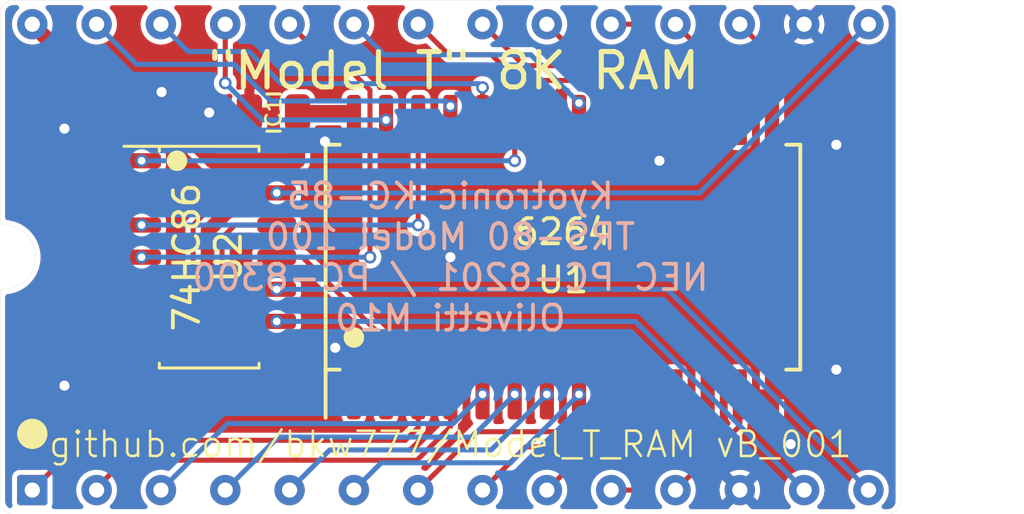
<source format=kicad_pcb>
(kicad_pcb (version 20211014) (generator pcbnew)
  (title_block (title "Model T 8K RAM Module type B") (date "2022-09-20") (rev "B_001") (company "b.kenyon.w@gmail.com") (comment 1 "github.com/bkw777/Model_T_RAM"))
  (layers (0 "F.Cu" signal) (31 "B.Cu" signal) (34 "B.Paste" user) (35 "F.Paste" user) (36 "B.SilkS" user "B.Silkscreen") (37 "F.SilkS" user "F.Silkscreen") (38 "B.Mask" user) (39 "F.Mask" user) (44 "Edge.Cuts" user))
  (net 0 "")
  (net 1 "/~{CS_C}")
  (net 2 "/~{CS_D}")
  (net 3 "GND")
  (net 4 "/~{CS_A}")
  (net 5 "/~{CS_B}")
  (net 6 "VCC")
  (net 7 "/CE2")
  (net 8 "/A11")
  (net 9 "/A12")
  (net 10 "/A7")
  (net 11 "/A6")
  (net 12 "/A5")
  (net 13 "/AD3")
  (net 14 "/A4")
  (net 15 "/AD4")
  (net 16 "/A3")
  (net 17 "/AD5")
  (net 18 "/A2")
  (net 19 "/AD6")
  (net 20 "/A1")
  (net 21 "/AD7")
  (net 22 "/A0")
  (net 23 "/AD0")
  (net 24 "/A10")
  (net 25 "/AD1")
  (net 26 "/AD2")
  (net 27 "/~{WE}")
  (net 28 "/A9")
  (net 29 "/A8")
  (net 30 "/RAM_RST")
  (net 32 "Net-(U2-Pad2)")
  (footprint "000_LOCAL:DIP28_725mils_pcb_pins" (layer "F.Cu") (at 147.32 99.06 90)
    (fp_text reference "J1" hide)
    (fp_text value "KC-85_RAM")
    (fp_line (start -9.652 17.78) (end 9.652 17.78) (layer "Edge.Cuts") (width 0.01))
    (fp_line (start 1.397 -17.78) (end 9.652 -17.78) (layer "Edge.Cuts") (width 0.01))
    (fp_line (start -9.652 -17.78) (end -1.397 -17.78) (layer "Edge.Cuts") (width 0.01))
    (fp_line (start -10.16 -17.272) (end -10.16 17.272) (layer "Edge.Cuts") (width 0.01))
    (fp_line (start 10.16 17.272) (end 10.16 -17.272) (layer "Edge.Cuts") (width 0.01))
    (fp_arc (start -1.397 -17.78) (mid -1.307197 -17.742803) (end -1.27 -17.653) (layer "Edge.Cuts") (width 0.01))
    (fp_arc (start 10.16 17.272) (mid 10.01121 17.63121) (end 9.652 17.78) (layer "Edge.Cuts") (width 0.01))
    (fp_arc (start -9.652 17.78) (mid -10.01121 17.63121) (end -10.16 17.272) (layer "Edge.Cuts") (width 0.01))
    (fp_arc (start 9.652 -17.78) (mid 10.01121 -17.63121) (end 10.16 -17.272) (layer "Edge.Cuts") (width 0.01))
    (fp_arc (start 1.27 -17.653) (mid 0 -16.383) (end -1.27 -17.653) (layer "Edge.Cuts") (width 0.01))
    (fp_arc (start 1.27 -17.653) (mid 1.307197 -17.742803) (end 1.397 -17.78) (layer "Edge.Cuts") (width 0.01))
    (fp_arc (start -10.16 -17.272) (mid -10.01121 -17.63121) (end -9.652 -17.78) (layer "Edge.Cuts") (width 0.01))
    (pad "1" thru_hole roundrect (at -9.2075 -16.51 90) (size 1.2 1.2) (drill 0.6) (layers *.Cu *.Mask) (roundrect_rratio 0.1) (net 10 "/A7"))
    (pad "2" thru_hole circle (at -9.2075 -13.97 90) (size 1.2 1.2) (drill 0.6) (layers *.Cu *.Mask) (net 11 "/A6"))
    (pad "3" thru_hole circle (at -9.2075 -11.43 90) (size 1.2 1.2) (drill 0.6) (layers *.Cu *.Mask) (net 12 "/A5"))
    (pad "4" thru_hole circle (at -9.2075 -8.89 90) (size 1.2 1.2) (drill 0.6) (layers *.Cu *.Mask) (net 14 "/A4"))
    (pad "5" thru_hole circle (at -9.2075 -6.35 90) (size 1.2 1.2) (drill 0.6) (layers *.Cu *.Mask) (net 16 "/A3"))
    (pad "6" thru_hole circle (at -9.2075 -3.81 90) (size 1.2 1.2) (drill 0.6) (layers *.Cu *.Mask) (net 18 "/A2"))
    (pad "7" thru_hole circle (at -9.2075 -1.27 90) (size 1.2 1.2) (drill 0.6) (layers *.Cu *.Mask) (net 20 "/A1"))
    (pad "8" thru_hole circle (at -9.2075 1.27 90) (size 1.2 1.2) (drill 0.6) (layers *.Cu *.Mask) (net 22 "/A0"))
    (pad "9" thru_hole circle (at -9.2075 3.81 90) (size 1.2 1.2) (drill 0.6) (layers *.Cu *.Mask) (net 23 "/AD0"))
    (pad "10" thru_hole circle (at -9.2075 6.35 90) (size 1.2 1.2) (drill 0.6) (layers *.Cu *.Mask) (net 25 "/AD1"))
    (pad "11" thru_hole circle (at -9.2075 8.89 90) (size 1.2 1.2) (drill 0.6) (layers *.Cu *.Mask) (net 26 "/AD2"))
    (pad "12" thru_hole circle (at -9.2075 11.43 90) (size 1.2 1.2) (drill 0.6) (layers *.Cu *.Mask) (net 3 "GND"))
    (pad "13" thru_hole circle (at -9.2075 13.97 90) (size 1.2 1.2) (drill 0.6) (layers *.Cu *.Mask) (net 4 "/~{CS_A}"))
    (pad "14" thru_hole circle (at -9.2075 16.51 90) (size 1.2 1.2) (drill 0.6) (layers *.Cu *.Mask) (net 5 "/~{CS_B}"))
    (pad "15" thru_hole circle (at 9.2075 16.51 90) (size 1.2 1.2) (drill 0.6) (layers *.Cu *.Mask) (net 1 "/~{CS_C}"))
    (pad "16" thru_hole circle (at 9.2075 13.97 90) (size 1.2 1.2) (drill 0.6) (layers *.Cu *.Mask) (net 3 "GND"))
    (pad "17" thru_hole circle (at 9.2075 11.43 90) (size 1.2 1.2) (drill 0.6) (layers *.Cu *.Mask) (net 13 "/AD3"))
    (pad "18" thru_hole circle (at 9.2075 8.89 90) (size 1.2 1.2) (drill 0.6) (layers *.Cu *.Mask) (net 15 "/AD4"))
    (pad "19" thru_hole circle (at 9.2075 6.35 90) (size 1.2 1.2) (drill 0.6) (layers *.Cu *.Mask) (net 17 "/AD5"))
    (pad "20" thru_hole circle (at 9.2075 3.81 90) (size 1.2 1.2) (drill 0.6) (layers *.Cu *.Mask) (net 19 "/AD6"))
    (pad "21" thru_hole circle (at 9.2075 1.27 90) (size 1.2 1.2) (drill 0.6) (layers *.Cu *.Mask) (net 21 "/AD7"))
    (pad "22" thru_hole circle (at 9.2075 -1.27 90) (size 1.2 1.2) (drill 0.6) (layers *.Cu *.Mask) (net 30 "/RAM_RST"))
    (pad "23" thru_hole circle (at 9.2075 -3.81 90) (size 1.2 1.2) (drill 0.6) (layers *.Cu *.Mask) (net 24 "/A10"))
    (pad "24" thru_hole circle (at 9.2075 -6.35 90) (size 1.2 1.2) (drill 0.6) (layers *.Cu *.Mask) (net 2 "/~{CS_D}"))
    (pad "25" thru_hole circle (at 9.2075 -8.89 90) (size 1.2 1.2) (drill 0.6) (layers *.Cu *.Mask) (net 27 "/~{WE}"))
    (pad "26" thru_hole circle (at 9.2075 -11.43 90) (size 1.2 1.2) (drill 0.6) (layers *.Cu *.Mask) (net 28 "/A9"))
    (pad "27" thru_hole circle (at 9.2075 -13.97 90) (size 1.2 1.2) (drill 0.6) (layers *.Cu *.Mask) (net 29 "/A8"))
    (pad "28" thru_hole circle (at 9.2075 -16.51 90) (size 1.2 1.2) (drill 0.6) (layers *.Cu *.Mask) (net 6 "VCC"))
  )
  (footprint "000_LOCAL:SOIC-14_4x9" (layer "F.Cu") (at 137.795 99.06)
    (fp_text reference "U2" (at 0.762 0 90) (layer "F.SilkS"))
    (fp_text value "74HC86" (at -0.889 0 90) (layer "F.SilkS"))
    (fp_line (start 1.9685 -4.191) (end 1.9685 -4.3815) (layer "F.SilkS") (width 0.12))
    (fp_line (start 1.9685 4.3815) (end 1.9685 4.191) (layer "F.SilkS") (width 0.12))
    (fp_line (start -1.9685 4.191) (end -1.9685 4.3815) (layer "F.SilkS") (width 0.12))
    (fp_line (start -3.3655 -4.3815) (end 1.9685 -4.3815) (layer "F.SilkS") (width 0.12))
    (fp_line (start -1.9685 -4.191) (end -1.9685 -4.3815) (layer "F.SilkS") (width 0.12))
    (fp_line (start -1.9685 4.3815) (end 1.9685 4.3815) (layer "F.SilkS") (width 0.12))
    (fp_circle (center -1.27 -3.81) (end -1.0668 -3.81) (layer "F.SilkS") (width 0.4064) (fill none))
    (pad "1" smd roundrect locked (at -2.6655 -3.81) (size 1.524 0.6) (layers "F.Cu" "F.Paste" "F.Mask") (net 8 "/A11"))
    (pad "2" smd roundrect locked (at -2.6655 -2.54) (size 1.524 0.6) (layers "F.Cu" "F.Paste" "F.Mask") (net 32 "Net-(U2-Pad2)"))
    (pad "3" smd roundrect locked (at -2.6655 -1.27) (size 1.524 0.6) (layers "F.Cu" "F.Paste" "F.Mask") (net 7 "/CE2"))
    (pad "4" smd roundrect locked (at -2.6655 0) (size 1.524 0.6) (layers "F.Cu" "F.Paste" "F.Mask") (net 2 "/~{CS_D}"))
    (pad "5" smd roundrect locked (at -2.6655 1.27) (size 1.524 0.6) (layers "F.Cu" "F.Paste" "F.Mask") (net 1 "/~{CS_C}"))
    (pad "6" smd roundrect locked (at -2.6655 2.54) (size 1.524 0.6) (layers "F.Cu" "F.Paste" "F.Mask") (net 32 "Net-(U2-Pad2)"))
    (pad "7" smd roundrect locked (at -2.6655 3.81) (size 1.524 0.6) (layers "F.Cu" "F.Paste" "F.Mask") (net 3 "GND"))
    (pad "8" smd roundrect locked (at 2.6655 3.81) (size 1.524 0.6) (layers "F.Cu" "F.Paste" "F.Mask") (net 8 "/A11"))
    (pad "9" smd roundrect locked (at 2.6655 2.54) (size 1.524 0.6) (layers "F.Cu" "F.Paste" "F.Mask") (net 4 "/~{CS_A}"))
    (pad "10" smd roundrect locked (at 2.6655 1.27) (size 1.524 0.6) (layers "F.Cu" "F.Paste" "F.Mask") (net 5 "/~{CS_B}"))
    (pad "11" smd roundrect locked (at 2.6655 0) (size 1.524 0.6) (layers "F.Cu" "F.Paste" "F.Mask") (net 9 "/A12"))
    (pad "12" smd roundrect locked (at 2.6655 -1.27) (size 1.524 0.6) (layers "F.Cu" "F.Paste" "F.Mask") (net 4 "/~{CS_A}"))
    (pad "13" smd roundrect locked (at 2.6655 -2.54) (size 1.524 0.6) (layers "F.Cu" "F.Paste" "F.Mask") (net 1 "/~{CS_C}"))
    (pad "14" smd roundrect locked (at 2.6655 -3.81) (size 1.524 0.6) (layers "F.Cu" "F.Paste" "F.Mask") (net 6 "VCC"))
  )
  (footprint "000_LOCAL:C_0805" (layer "F.Cu") (at 140.335 93.345 180)
    (fp_text reference "C1" (at 0 0 90) (layer "F.SilkS") (effects (font (size 0.6 0.6) (thickness 0.1))))
    (fp_text value "0.1u")
    (fp_line (start -0.261252 0.735) (end 0.261252 0.735) (layer "F.SilkS") (width 0.12))
    (fp_line (start -0.261252 -0.735) (end 0.261252 -0.735) (layer "F.SilkS") (width 0.12))
    (pad "1" smd roundrect locked (at -0.95 0 180) (size 1 1.45) (layers "F.Cu" "F.Paste" "F.Mask") (net 6 "VCC"))
    (pad "2" smd roundrect locked (at 0.95 0 180) (size 1 1.45) (layers "F.Cu" "F.Paste" "F.Mask") (net 3 "GND"))
  )
  (footprint "000_LOCAL:SSOP-28" (layer "F.Cu") (at 151.765 99.06 90)
    (fp_text reference "U1" (at -0.9 0) (layer "F.SilkS"))
    (fp_text value "6264" (at 1 0) (layer "F.SilkS"))
    (fp_line (start 4.445 -8.81634) (end 4.445 -9.3726) (layer "F.SilkS") (width 0.1524))
    (fp_line (start -4.445 -9.3726) (end -4.445 -8.81634) (layer "F.SilkS") (width 0.1524))
    (fp_line (start 4.445 9.3726) (end 4.445 8.81634) (layer "F.SilkS") (width 0.1524))
    (fp_line (start -4.445 8.81634) (end -4.445 9.3726) (layer "F.SilkS") (width 0.1524))
    (fp_line (start 4.445 -9.3726) (end -6.35 -9.3726) (layer "F.SilkS") (width 0.1524))
    (fp_line (start -4.445 9.3726) (end 4.445 9.3726) (layer "F.SilkS") (width 0.1524))
    (fp_circle (center -3.175 -8.255) (end -2.9718 -8.255) (layer "F.SilkS") (width 0.4064) (fill none))
    (pad "1" smd roundrect (at -5.4229 -8.255 90) (size 1.9812 0.5588) (layers "F.Cu" "F.Paste" "F.Mask"))
    (pad "2" smd roundrect (at -5.4229 -6.985 90) (size 1.9812 0.5588) (layers "F.Cu" "F.Paste" "F.Mask") (net 9 "/A12"))
    (pad "3" smd roundrect (at -5.4229 -5.715 90) (size 1.9812 0.5588) (layers "F.Cu" "F.Paste" "F.Mask") (net 10 "/A7"))
    (pad "4" smd roundrect (at -5.4229 -4.445 90) (size 1.9812 0.5588) (layers "F.Cu" "F.Paste" "F.Mask") (net 11 "/A6"))
    (pad "5" smd roundrect (at -5.4229 -3.175 90) (size 1.9812 0.5588) (layers "F.Cu" "F.Paste" "F.Mask") (net 12 "/A5"))
    (pad "6" smd roundrect (at -5.4229 -1.905 90) (size 1.9812 0.5588) (layers "F.Cu" "F.Paste" "F.Mask") (net 14 "/A4"))
    (pad "7" smd roundrect (at -5.4229 -0.635 90) (size 1.9812 0.5588) (layers "F.Cu" "F.Paste" "F.Mask") (net 16 "/A3"))
    (pad "8" smd roundrect (at -5.4229 0.635 90) (size 1.9812 0.5588) (layers "F.Cu" "F.Paste" "F.Mask") (net 18 "/A2"))
    (pad "9" smd roundrect (at -5.4229 1.905 90) (size 1.9812 0.5588) (layers "F.Cu" "F.Paste" "F.Mask") (net 20 "/A1"))
    (pad "10" smd roundrect (at -5.4229 3.175 90) (size 1.9812 0.5588) (layers "F.Cu" "F.Paste" "F.Mask") (net 22 "/A0"))
    (pad "11" smd roundrect (at -5.4229 4.445 90) (size 1.9812 0.5588) (layers "F.Cu" "F.Paste" "F.Mask") (net 23 "/AD0"))
    (pad "12" smd roundrect (at -5.4229 5.715 90) (size 1.9812 0.5588) (layers "F.Cu" "F.Paste" "F.Mask") (net 25 "/AD1"))
    (pad "13" smd roundrect (at -5.4229 6.985 90) (size 1.9812 0.5588) (layers "F.Cu" "F.Paste" "F.Mask") (net 26 "/AD2"))
    (pad "14" smd roundrect (at -5.4229 8.255 90) (size 1.9812 0.5588) (layers "F.Cu" "F.Paste" "F.Mask") (net 3 "GND"))
    (pad "15" smd roundrect (at 5.4229 8.255 90) (size 1.9812 0.5588) (layers "F.Cu" "F.Paste" "F.Mask") (net 13 "/AD3"))
    (pad "16" smd roundrect (at 5.4229 6.985 90) (size 1.9812 0.5588) (layers "F.Cu" "F.Paste" "F.Mask") (net 15 "/AD4"))
    (pad "17" smd roundrect (at 5.4229 5.715 90) (size 1.9812 0.5588) (layers "F.Cu" "F.Paste" "F.Mask") (net 17 "/AD5"))
    (pad "18" smd roundrect (at 5.4229 4.445 90) (size 1.9812 0.5588) (layers "F.Cu" "F.Paste" "F.Mask") (net 19 "/AD6"))
    (pad "19" smd roundrect (at 5.4229 3.175 90) (size 1.9812 0.5588) (layers "F.Cu" "F.Paste" "F.Mask") (net 21 "/AD7"))
    (pad "20" smd roundrect (at 5.4229 1.905 90) (size 1.9812 0.5588) (layers "F.Cu" "F.Paste" "F.Mask") (net 30 "/RAM_RST"))
    (pad "21" smd roundrect (at 5.4229 0.635 90) (size 1.9812 0.5588) (layers "F.Cu" "F.Paste" "F.Mask") (net 24 "/A10"))
    (pad "22" smd roundrect (at 5.4229 -0.635 90) (size 1.9812 0.5588) (layers "F.Cu" "F.Paste" "F.Mask") (net 3 "GND"))
    (pad "23" smd roundrect (at 5.4229 -1.905 90) (size 1.9812 0.5588) (layers "F.Cu" "F.Paste" "F.Mask") (net 8 "/A11"))
    (pad "24" smd roundrect (at 5.4229 -3.175 90) (size 1.9812 0.5588) (layers "F.Cu" "F.Paste" "F.Mask") (net 28 "/A9"))
    (pad "25" smd roundrect (at 5.4229 -4.445 90) (size 1.9812 0.5588) (layers "F.Cu" "F.Paste" "F.Mask") (net 29 "/A8"))
    (pad "26" smd roundrect (at 5.4229 -5.715 90) (size 1.9812 0.5588) (layers "F.Cu" "F.Paste" "F.Mask") (net 7 "/CE2"))
    (pad "27" smd roundrect (at 5.4229 -6.985 90) (size 1.9812 0.5588) (layers "F.Cu" "F.Paste" "F.Mask") (net 27 "/~{WE}"))
    (pad "28" smd roundrect (at 5.4229 -8.255 90) (size 1.9812 0.5588) (layers "F.Cu" "F.Paste" "F.Mask") (net 6 "VCC"))
  )
  (gr_circle (center 130.81 106.045) (end 130.81 105.745) (layer "F.SilkS") (width 0.6) (fill none))
  (gr_text "Kyotronic KC-85\nTRS-80 Model 100\nNEC PC-8201 / PC-8300\nOlivetti M10" (at 147.32 99.06) (layer "B.SilkS") (effects (font (size 1 1)) (justify mirror)))
  (gr_text "${COMMENT1} v${REVISION}" (at 147.32 106.46) (layer "F.SilkS") (effects (font (size 1 1) (thickness 0.1))))
  (gr_text "\"Model T\" 8K RAM" (at 147.447 91.694) (layer "F.SilkS") (effects (font (size 1.4 1.4) (thickness 0.2))))
  (segment (start 140.462 96.52) (end 138.43 96.52) (width 0.2) (layer "F.Cu") (net 1))
  (segment (start 137.16 97.79) (end 137.16 99.695) (width 0.2) (layer "F.Cu") (net 1))
  (segment (start 138.43 96.52) (end 137.16 97.79) (width 0.2) (layer "F.Cu") (net 1))
  (segment (start 137.16 99.695) (end 136.525 100.33) (width 0.2) (layer "F.Cu") (net 1))
  (segment (start 136.525 100.33) (end 135.1295 100.33) (width 0.2) (layer "F.Cu") (net 1))
  (via (at 140.462 96.52) (size 0.5) (drill 0.3) (layers "F.Cu" "B.Cu") (net 1))
  (segment (start 140.462 96.52) (end 157.1625 96.52) (width 0.2) (layer "B.Cu") (net 1))
  (segment (start 157.1625 96.52) (end 163.83 89.8525) (width 0.2) (layer "B.Cu") (net 1))
  (segment (start 142.748 91.059) (end 142.1765 91.059) (width 0.2) (layer "F.Cu") (net 2))
  (segment (start 135.1295 99.06) (end 135.128 99.06) (width 0.2) (layer "F.Cu") (net 2))
  (segment (start 144.145 99.06) (end 144.145 92.456) (width 0.2) (layer "F.Cu") (net 2))
  (segment (start 144.145 92.456) (end 142.748 91.059) (width 0.2) (layer "F.Cu") (net 2))
  (segment (start 142.1765 91.059) (end 140.97 89.8525) (width 0.2) (layer "F.Cu") (net 2))
  (via (at 144.145 99.06) (size 0.5) (drill 0.3) (layers "F.Cu" "B.Cu") (net 2))
  (via (at 135.128 99.06) (size 0.5) (drill 0.3) (layers "F.Cu" "B.Cu") (net 2))
  (segment (start 144.145 99.06) (end 135.128 99.06) (width 0.2) (layer "B.Cu") (net 2))
  (via (at 155.575 95.25) (size 0.6) (drill 0.4) (layers "F.Cu" "B.Cu") (net 3))
  (via (at 147.32 99.06) (size 0.6) (drill 0.4) (layers "F.Cu" "B.Cu") (net 3))
  (via (at 162.56 103.505) (size 0.6) (drill 0.4) (layers "F.Cu" "B.Cu") (net 3))
  (via (at 132.08 93.98) (size 0.6) (drill 0.4) (layers "F.Cu" "B.Cu") (net 3))
  (via (at 135.9154 92.5322) (size 0.6) (drill 0.4) (layers "F.Cu" "B.Cu") (net 3))
  (via (at 132.08 104.14) (size 0.6) (drill 0.4) (layers "F.Cu" "B.Cu") (net 3))
  (via (at 142.367 94.488) (size 0.6) (drill 0.4) (layers "F.Cu" "B.Cu") (net 3))
  (via (at 162.56 94.615) (size 0.6) (drill 0.4) (layers "F.Cu" "B.Cu") (net 3))
  (via (at 142.7734 102.6414) (size 0.6) (drill 0.4) (layers "F.Cu" "B.Cu") (net 3))
  (via (at 160.7566 106.4514) (size 0.6) (drill 0.4) (layers "F.Cu" "B.Cu") (net 3))
  (via (at 137.795 93.345) (size 0.6) (drill 0.4) (layers "F.Cu" "B.Cu") (net 3))
  (segment (start 140.462 101.6) (end 138.811 101.6) (width 0.2) (layer "F.Cu") (net 4))
  (segment (start 138.811 101.6) (end 138.303 101.092) (width 0.2) (layer "F.Cu") (net 4))
  (segment (start 138.811 97.79) (end 140.4605 97.79) (width 0.2) (layer "F.Cu") (net 4))
  (segment (start 138.303 101.092) (end 138.303 98.298) (width 0.2) (layer "F.Cu") (net 4))
  (segment (start 138.303 98.298) (end 138.811 97.79) (width 0.2) (layer "F.Cu") (net 4))
  (via (at 140.462 101.6) (size 0.5) (drill 0.3) (layers "F.Cu" "B.Cu") (net 4))
  (segment (start 140.462 101.6) (end 154.6225 101.6) (width 0.2) (layer "B.Cu") (net 4))
  (segment (start 154.6225 101.6) (end 161.29 108.2675) (width 0.2) (layer "B.Cu") (net 4))
  (segment (start 140.462 100.33) (end 140.4605 100.33) (width 0.2) (layer "F.Cu") (net 5))
  (via (at 140.462 100.33) (size 0.5) (drill 0.3) (layers "F.Cu" "B.Cu") (net 5))
  (segment (start 140.462 100.33) (end 155.8925 100.33) (width 0.2) (layer "B.Cu") (net 5))
  (segment (start 155.8925 100.33) (end 163.83 108.2675) (width 0.2) (layer "B.Cu") (net 5))
  (segment (start 143.2941 93.345) (end 141.285 93.345) (width 0.6) (layer "F.Cu") (net 6))
  (segment (start 136.4996 93.8276) (end 137.922 95.25) (width 0.6) (layer "F.Cu") (net 6))
  (segment (start 143.51 93.6371) (end 143.2941 93.4212) (width 0.4) (layer "F.Cu") (net 6))
  (segment (start 143.2941 93.4212) (end 143.2941 93.345) (width 0.4) (layer "F.Cu") (net 6))
  (segment (start 137.922 95.25) (end 141.285 95.25) (width 0.6) (layer "F.Cu") (net 6))
  (segment (start 141.285 95.25) (end 141.285 93.345) (width 0.6) (layer "F.Cu") (net 6))
  (segment (start 134.7851 93.8276) (end 136.4996 93.8276) (width 0.6) (layer "F.Cu") (net 6))
  (segment (start 130.81 89.8525) (end 134.7851 93.8276) (width 0.6) (layer "F.Cu") (net 6))
  (segment (start 146.05 97.79) (end 146.05 93.6371) (width 0.2) (layer "F.Cu") (net 7))
  (via (at 135.128 97.79) (size 0.5) (drill 0.3) (layers "F.Cu" "B.Cu") (net 7))
  (via (at 146.05 97.79) (size 0.5) (drill 0.3) (layers "F.Cu" "B.Cu") (net 7))
  (segment (start 146.05 97.79) (end 135.128 97.79) (width 0.2) (layer "B.Cu") (net 7))
  (segment (start 132.715 101.473) (end 133.477 102.235) (width 0.2) (layer "F.Cu") (net 8))
  (segment (start 149.86 95.25) (end 149.86 93.6371) (width 0.2) (layer "F.Cu") (net 8))
  (segment (start 133.477 102.235) (end 137.4775 102.235) (width 0.2) (layer "F.Cu") (net 8))
  (segment (start 134.112 95.25) (end 132.715 96.647) (width 0.2) (layer "F.Cu") (net 8))
  (segment (start 138.1125 102.87) (end 140.4605 102.87) (width 0.2) (layer "F.Cu") (net 8))
  (segment (start 135.128 95.25) (end 134.112 95.25) (width 0.2) (layer "F.Cu") (net 8))
  (segment (start 132.715 96.647) (end 132.715 101.473) (width 0.2) (layer "F.Cu") (net 8))
  (segment (start 137.4775 102.235) (end 138.1125 102.87) (width 0.2) (layer "F.Cu") (net 8))
  (via (at 149.86 95.25) (size 0.5) (drill 0.3) (layers "F.Cu" "B.Cu") (net 8))
  (via (at 135.128 95.25) (size 0.5) (drill 0.3) (layers "F.Cu" "B.Cu") (net 8))
  (segment (start 149.86 95.25) (end 135.128 95.25) (width 0.2) (layer "B.Cu") (net 8))
  (segment (start 141.478 99.06) (end 144.78 102.362) (width 0.2) (layer "F.Cu") (net 9))
  (segment (start 140.4605 99.06) (end 141.478 99.06) (width 0.2) (layer "F.Cu") (net 9))
  (segment (start 144.78 102.362) (end 144.78 104.4829) (width 0.2) (layer "F.Cu") (net 9))
  (segment (start 146.05 105.791) (end 146.05 104.4829) (width 0.2) (layer "F.Cu") (net 10))
  (segment (start 132.7785 106.299) (end 145.542 106.299) (width 0.2) (layer "F.Cu") (net 10))
  (segment (start 130.81 108.2675) (end 132.7785 106.299) (width 0.2) (layer "F.Cu") (net 10))
  (segment (start 145.542 106.299) (end 146.05 105.791) (width 0.2) (layer "F.Cu") (net 10))
  (segment (start 133.35 108.2675) (end 133.35 108.1786) (width 0.2) (layer "F.Cu") (net 11))
  (segment (start 147.32 105.7656) (end 147.32 104.4829) (width 0.2) (layer "F.Cu") (net 11))
  (segment (start 133.35 108.1786) (end 134.4422 107.0864) (width 0.2) (layer "F.Cu") (net 11))
  (segment (start 134.4422 107.0864) (end 145.9992 107.0864) (width 0.2) (layer "F.Cu") (net 11))
  (segment (start 145.9992 107.0864) (end 147.32 105.7656) (width 0.2) (layer "F.Cu") (net 11))
  (via (at 148.59 104.4829) (size 0.5) (drill 0.3) (layers "F.Cu" "B.Cu") (net 12))
  (segment (start 135.89 108.2675) (end 138.5189 105.6386) (width 0.2) (layer "B.Cu") (net 12))
  (segment (start 147.4343 105.6386) (end 148.59 104.4829) (width 0.2) (layer "B.Cu") (net 12))
  (segment (start 138.5189 105.6386) (end 147.4343 105.6386) (width 0.2) (layer "B.Cu") (net 12))
  (segment (start 160.02 93.6371) (end 160.02 91.1225) (width 0.2) (layer "F.Cu") (net 13))
  (segment (start 160.02 91.1225) (end 158.75 89.8525) (width 0.2) (layer "F.Cu") (net 13))
  (via (at 149.86 104.4829) (size 0.5) (drill 0.3) (layers "F.Cu" "B.Cu") (net 14))
  (segment (start 140.5255 106.172) (end 138.43 108.2675) (width 0.2) (layer "B.Cu") (net 14))
  (segment (start 149.86 104.4829) (end 148.1709 106.172) (width 0.2) (layer "B.Cu") (net 14))
  (segment (start 148.1709 106.172) (end 140.5255 106.172) (width 0.2) (layer "B.Cu") (net 14))
  (segment (start 158.75 93.6371) (end 158.75 92.3925) (width 0.2) (layer "F.Cu") (net 15))
  (segment (start 158.75 92.3925) (end 156.21 89.8525) (width 0.2) (layer "F.Cu") (net 15))
  (via (at 151.13 104.4829) (size 0.5) (drill 0.3) (layers "F.Cu" "B.Cu") (net 16))
  (segment (start 140.97 108.2675) (end 142.5575 106.68) (width 0.2) (layer "B.Cu") (net 16))
  (segment (start 148.9329 106.68) (end 151.13 104.4829) (width 0.2) (layer "B.Cu") (net 16))
  (segment (start 142.5575 106.68) (end 148.9329 106.68) (width 0.2) (layer "B.Cu") (net 16))
  (segment (start 154.4955 89.8525) (end 153.67 89.8525) (width 0.2) (layer "F.Cu") (net 17))
  (segment (start 157.48 93.6371) (end 157.48 92.837) (width 0.2) (layer "F.Cu") (net 17))
  (segment (start 157.48 92.837) (end 154.4955 89.8525) (width 0.2) (layer "F.Cu") (net 17))
  (via (at 152.4 104.4829) (size 0.5) (drill 0.3) (layers "F.Cu" "B.Cu") (net 18))
  (segment (start 149.6949 107.188) (end 152.4 104.4829) (width 0.2) (layer "B.Cu") (net 18))
  (segment (start 144.5895 107.188) (end 149.6949 107.188) (width 0.2) (layer "B.Cu") (net 18))
  (segment (start 143.51 108.2675) (end 144.5895 107.188) (width 0.2) (layer "B.Cu") (net 18))
  (segment (start 156.21 92.329) (end 154.8384 90.9574) (width 0.2) (layer "F.Cu") (net 19))
  (segment (start 152.2349 90.9574) (end 151.13 89.8525) (width 0.2) (layer "F.Cu") (net 19))
  (segment (start 156.21 93.6371) (end 156.21 92.329) (width 0.2) (layer "F.Cu") (net 19))
  (segment (start 154.8384 90.9574) (end 152.2349 90.9574) (width 0.2) (layer "F.Cu") (net 19))
  (segment (start 153.67 104.4829) (end 153.67 105.791) (width 0.2) (layer "F.Cu") (net 20))
  (segment (start 153.501 105.96) (end 148.3575 105.96) (width 0.2) (layer "F.Cu") (net 20))
  (segment (start 153.67 105.791) (end 153.501 105.96) (width 0.2) (layer "F.Cu") (net 20))
  (segment (start 148.3575 105.96) (end 146.05 108.2675) (width 0.2) (layer "F.Cu") (net 20))
  (segment (start 154.94 93.6371) (end 154.94 92.329) (width 0.2) (layer "F.Cu") (net 21))
  (segment (start 150.2283 91.4908) (end 148.59 89.8525) (width 0.2) (layer "F.Cu") (net 21))
  (segment (start 154.1018 91.4908) (end 150.2283 91.4908) (width 0.2) (layer "F.Cu") (net 21))
  (segment (start 154.94 92.329) (end 154.1018 91.4908) (width 0.2) (layer "F.Cu") (net 21))
  (segment (start 154.94 104.4829) (end 154.94 105.791) (width 0.2) (layer "F.Cu") (net 22))
  (segment (start 150.2975 106.56) (end 148.59 108.2675) (width 0.2) (layer "F.Cu") (net 22))
  (segment (start 154.171 106.56) (end 150.2975 106.56) (width 0.2) (layer "F.Cu") (net 22))
  (segment (start 154.94 105.791) (end 154.171 106.56) (width 0.2) (layer "F.Cu") (net 22))
  (segment (start 156.21 104.4829) (end 156.21 105.791) (width 0.2) (layer "F.Cu") (net 23))
  (segment (start 154.841 107.16) (end 152.2375 107.16) (width 0.2) (layer "F.Cu") (net 23))
  (segment (start 156.21 105.791) (end 154.841 107.16) (width 0.2) (layer "F.Cu") (net 23))
  (segment (start 152.2375 107.16) (end 151.13 108.2675) (width 0.2) (layer "F.Cu") (net 23))
  (via (at 152.4 92.964) (size 0.5) (drill 0.3) (layers "F.Cu" "B.Cu") (net 24))
  (segment (start 144.7165 91.059) (end 143.51 89.8525) (width 0.2) (layer "B.Cu") (net 24))
  (segment (start 150.495 91.059) (end 144.7165 91.059) (width 0.2) (layer "B.Cu") (net 24))
  (segment (start 152.4 92.964) (end 150.495 91.059) (width 0.2) (layer "B.Cu") (net 24))
  (segment (start 157.48 105.41) (end 154.6225 108.2675) (width 0.2) (layer "F.Cu") (net 25))
  (segment (start 154.6225 108.2675) (end 153.67 108.2675) (width 0.2) (layer "F.Cu") (net 25))
  (segment (start 157.48 104.4829) (end 157.48 105.41) (width 0.2) (layer "F.Cu") (net 25))
  (segment (start 158.75 104.4829) (end 158.75 105.7275) (width 0.2) (layer "F.Cu") (net 26))
  (segment (start 158.75 105.7275) (end 156.21 108.2675) (width 0.2) (layer "F.Cu") (net 26))
  (segment (start 138.43 92.1766) (end 138.43 89.8525) (width 0.2) (layer "F.Cu") (net 27))
  (via (at 138.43 92.1766) (size 0.5) (drill 0.3) (layers "F.Cu" "B.Cu") (net 27))
  (via (at 144.78 93.6371) (size 0.5) (drill 0.3) (layers "F.Cu" "B.Cu") (net 27))
  (segment (start 138.43 92.1766) (end 139.8905 93.6371) (width 0.2) (layer "B.Cu") (net 27))
  (segment (start 139.8905 93.6371) (end 144.78 93.6371) (width 0.2) (layer "B.Cu") (net 27))
  (segment (start 148.59 92.3544) (end 148.59 93.6371) (width 0.2) (layer "F.Cu") (net 28))
  (via (at 148.59 92.3544) (size 0.5) (drill 0.3) (layers "F.Cu" "B.Cu") (net 28))
  (segment (start 139.3698 90.932) (end 136.9695 90.932) (width 0.2) (layer "B.Cu") (net 28))
  (segment (start 140.6398 92.202) (end 139.3698 90.932) (width 0.2) (layer "B.Cu") (net 28))
  (segment (start 136.9695 90.932) (end 135.89 89.8525) (width 0.2) (layer "B.Cu") (net 28))
  (segment (start 148.59 92.3544) (end 148.4376 92.202) (width 0.2) (layer "B.Cu") (net 28))
  (segment (start 148.4376 92.202) (end 140.6398 92.202) (width 0.2) (layer "B.Cu") (net 28))
  (via (at 147.32 93.091) (size 0.5) (drill 0.3) (layers "F.Cu" "B.Cu") (net 29))
  (segment (start 147.32 93.091) (end 147.1168 92.8878) (width 0.2) (layer "B.Cu") (net 29))
  (segment (start 140.2334 92.8878) (end 138.7856 91.44) (width 0.2) (layer "B.Cu") (net 29))
  (segment (start 147.1168 92.8878) (end 140.2334 92.8878) (width 0.2) (layer "B.Cu") (net 29))
  (segment (start 134.9375 91.44) (end 133.35 89.8525) (width 0.2) (layer "B.Cu") (net 29))
  (segment (start 138.7856 91.44) (end 134.9375 91.44) (width 0.2) (layer "B.Cu") (net 29))
  (segment (start 153.416 92.075) (end 149.9616 92.075) (width 0.2) (layer "F.Cu") (net 30))
  (segment (start 147.2565 91.059) (end 146.05 89.8525) (width 0.2) (layer "F.Cu") (net 30))
  (segment (start 153.67 93.6371) (end 153.67 92.329) (width 0.2) (layer "F.Cu") (net 30))
  (segment (start 148.9456 91.059) (end 147.2565 91.059) (width 0.2) (layer "F.Cu") (net 30))
  (segment (start 153.67 92.329) (end 153.416 92.075) (width 0.2) (layer "F.Cu") (net 30))
  (segment (start 149.9616 92.075) (end 148.9456 91.059) (width 0.2) (layer "F.Cu") (net 30))
  (segment (start 133.604 97.028) (end 134.112 96.52) (width 0.2) (layer "F.Cu") (net 32))
  (segment (start 135.1295 101.6) (end 134.112 101.6) (width 0.2) (layer "F.Cu") (net 32))
  (segment (start 134.112 96.52) (end 135.1295 96.52) (width 0.2) (layer "F.Cu") (net 32))
  (segment (start 134.112 101.6) (end 133.604 101.092) (width 0.2) (layer "F.Cu") (net 32))
  (segment (start 133.604 101.092) (end 133.604 97.028) (width 0.2) (layer "F.Cu") (net 32))
  (zone (net 3) (net_name "GND") (layer "F.Cu") (connect_pads (clearance 0.2)) (min_thickness 0.2) (fill yes (thermal_gap 0.2) (thermal_bridge_width 0.4) (smoothing fillet) (radius 0.2))
    (polygon (pts (xy 165.1 88.9) (xy 165.1 109.22) (xy 129.54 109.22) (xy 129.54 88.9)))
  )
  (zone (net 3) (net_name "GND") (layer "B.Cu") (connect_pads (clearance 0.2)) (min_thickness 0.2) (fill yes (thermal_gap 0.2) (thermal_bridge_width 0.4) (smoothing fillet) (radius 0.2))
    (polygon (pts (xy 165.1 88.9) (xy 165.1 109.22) (xy 129.54 109.22) (xy 129.54 88.9)))
  )
)
</source>
